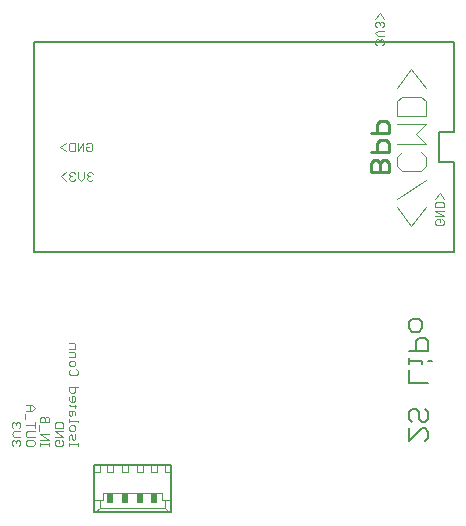
<source format=gbr>
G04 EAGLE Gerber RS-274X export*
G75*
%MOMM*%
%FSLAX34Y34*%
%LPD*%
%INSilkscreen Bottom*%
%IPPOS*%
%AMOC8*
5,1,8,0,0,1.08239X$1,22.5*%
G01*
%ADD10C,0.076200*%
%ADD11C,0.101600*%
%ADD12C,0.279400*%
%ADD13C,0.152400*%
%ADD14C,0.203200*%
%ADD15C,0.050800*%
%ADD16R,0.500000X0.875000*%


D10*
X521637Y356524D02*
X522865Y357753D01*
X522865Y360211D01*
X521637Y361439D01*
X520408Y361439D01*
X519179Y360211D01*
X519179Y358982D01*
X519179Y360211D02*
X517950Y361439D01*
X516722Y361439D01*
X515493Y360211D01*
X515493Y357753D01*
X516722Y356524D01*
X517950Y364009D02*
X522865Y364009D01*
X517950Y364009D02*
X515493Y366466D01*
X517950Y368923D01*
X522865Y368923D01*
X521637Y371493D02*
X522865Y372721D01*
X522865Y375179D01*
X521637Y376408D01*
X520408Y376408D01*
X519179Y375179D01*
X519179Y373950D01*
X519179Y375179D02*
X517950Y376408D01*
X516722Y376408D01*
X515493Y375179D01*
X515493Y372721D01*
X516722Y371493D01*
X522865Y378977D02*
X519179Y383892D01*
X515493Y378977D01*
X572437Y209039D02*
X573665Y207811D01*
X573665Y205353D01*
X572437Y204124D01*
X567522Y204124D01*
X566293Y205353D01*
X566293Y207811D01*
X567522Y209039D01*
X569979Y209039D01*
X569979Y206582D01*
X566293Y211609D02*
X573665Y211609D01*
X566293Y216523D01*
X573665Y216523D01*
X573665Y219093D02*
X566293Y219093D01*
X566293Y222779D01*
X567522Y224008D01*
X572437Y224008D01*
X573665Y222779D01*
X573665Y219093D01*
X573665Y226577D02*
X569979Y231492D01*
X566293Y226577D01*
X276479Y247825D02*
X275250Y249053D01*
X272793Y249053D01*
X271564Y247825D01*
X271564Y246596D01*
X272793Y245367D01*
X274022Y245367D01*
X272793Y245367D02*
X271564Y244138D01*
X271564Y242910D01*
X272793Y241681D01*
X275250Y241681D01*
X276479Y242910D01*
X268995Y244138D02*
X268995Y249053D01*
X268995Y244138D02*
X266537Y241681D01*
X264080Y244138D01*
X264080Y249053D01*
X261511Y247825D02*
X260282Y249053D01*
X257825Y249053D01*
X256596Y247825D01*
X256596Y246596D01*
X257825Y245367D01*
X259053Y245367D01*
X257825Y245367D02*
X256596Y244138D01*
X256596Y242910D01*
X257825Y241681D01*
X260282Y241681D01*
X261511Y242910D01*
X254027Y249053D02*
X249112Y245367D01*
X254027Y241681D01*
X271021Y272717D02*
X272250Y273945D01*
X274707Y273945D01*
X275936Y272717D01*
X275936Y267802D01*
X274707Y266573D01*
X272250Y266573D01*
X271021Y267802D01*
X271021Y270259D01*
X273478Y270259D01*
X268451Y266573D02*
X268451Y273945D01*
X263537Y266573D01*
X263537Y273945D01*
X260967Y273945D02*
X260967Y266573D01*
X257281Y266573D01*
X256052Y267802D01*
X256052Y272717D01*
X257281Y273945D01*
X260967Y273945D01*
X253483Y273945D02*
X248568Y270259D01*
X253483Y266573D01*
X256413Y19709D02*
X256413Y17251D01*
X256413Y18480D02*
X263785Y18480D01*
X263785Y17251D02*
X263785Y19709D01*
X256413Y22241D02*
X256413Y25927D01*
X257642Y27155D01*
X258870Y25927D01*
X258870Y23469D01*
X260099Y22241D01*
X261328Y23469D01*
X261328Y27155D01*
X256413Y30953D02*
X256413Y33411D01*
X257642Y34640D01*
X260099Y34640D01*
X261328Y33411D01*
X261328Y30953D01*
X260099Y29725D01*
X257642Y29725D01*
X256413Y30953D01*
X263785Y37209D02*
X263785Y38438D01*
X256413Y38438D01*
X256413Y39666D02*
X256413Y37209D01*
X261328Y43427D02*
X261328Y45884D01*
X260099Y47113D01*
X256413Y47113D01*
X256413Y43427D01*
X257642Y42198D01*
X258870Y43427D01*
X258870Y47113D01*
X257642Y50911D02*
X262557Y50911D01*
X257642Y50911D02*
X256413Y52140D01*
X261328Y52140D02*
X261328Y49682D01*
X256413Y55901D02*
X256413Y58358D01*
X256413Y55901D02*
X257642Y54672D01*
X260099Y54672D01*
X261328Y55901D01*
X261328Y58358D01*
X260099Y59587D01*
X258870Y59587D01*
X258870Y54672D01*
X256413Y67071D02*
X263785Y67071D01*
X256413Y67071D02*
X256413Y63385D01*
X257642Y62156D01*
X260099Y62156D01*
X261328Y63385D01*
X261328Y67071D01*
X263785Y80811D02*
X262557Y82039D01*
X263785Y80811D02*
X263785Y78353D01*
X262557Y77124D01*
X257642Y77124D01*
X256413Y78353D01*
X256413Y80811D01*
X257642Y82039D01*
X256413Y85837D02*
X256413Y88295D01*
X257642Y89523D01*
X260099Y89523D01*
X261328Y88295D01*
X261328Y85837D01*
X260099Y84609D01*
X257642Y84609D01*
X256413Y85837D01*
X256413Y92093D02*
X261328Y92093D01*
X261328Y95779D01*
X260099Y97008D01*
X256413Y97008D01*
X256413Y99577D02*
X261328Y99577D01*
X261328Y103263D01*
X260099Y104492D01*
X256413Y104492D01*
X250365Y22166D02*
X251593Y20937D01*
X251593Y18480D01*
X250365Y17251D01*
X245450Y17251D01*
X244221Y18480D01*
X244221Y20937D01*
X245450Y22166D01*
X247907Y22166D01*
X247907Y19709D01*
X244221Y24735D02*
X251593Y24735D01*
X244221Y29650D01*
X251593Y29650D01*
X251593Y32219D02*
X244221Y32219D01*
X244221Y35906D01*
X245450Y37134D01*
X250365Y37134D01*
X251593Y35906D01*
X251593Y32219D01*
X232029Y19709D02*
X232029Y17251D01*
X232029Y18480D02*
X239401Y18480D01*
X239401Y17251D02*
X239401Y19709D01*
X239401Y22241D02*
X232029Y22241D01*
X232029Y27155D02*
X239401Y22241D01*
X239401Y27155D02*
X232029Y27155D01*
X230800Y29725D02*
X230800Y34640D01*
X232029Y37209D02*
X239401Y37209D01*
X239401Y40895D01*
X238173Y42124D01*
X236944Y42124D01*
X235715Y40895D01*
X234486Y42124D01*
X233258Y42124D01*
X232029Y40895D01*
X232029Y37209D01*
X235715Y37209D02*
X235715Y40895D01*
X227209Y20937D02*
X227209Y18480D01*
X225981Y17251D01*
X221066Y17251D01*
X219837Y18480D01*
X219837Y20937D01*
X221066Y22166D01*
X225981Y22166D01*
X227209Y20937D01*
X227209Y24735D02*
X221066Y24735D01*
X219837Y25964D01*
X219837Y28421D01*
X221066Y29650D01*
X227209Y29650D01*
X227209Y34677D02*
X219837Y34677D01*
X227209Y32219D02*
X227209Y37134D01*
X218608Y39704D02*
X218608Y44618D01*
X219837Y47188D02*
X224752Y47188D01*
X227209Y49645D01*
X224752Y52103D01*
X219837Y52103D01*
X223523Y52103D02*
X223523Y47188D01*
X215017Y18480D02*
X213789Y17251D01*
X215017Y18480D02*
X215017Y20937D01*
X213789Y22166D01*
X212560Y22166D01*
X211331Y20937D01*
X211331Y19709D01*
X211331Y20937D02*
X210102Y22166D01*
X208874Y22166D01*
X207645Y20937D01*
X207645Y18480D01*
X208874Y17251D01*
X210102Y24735D02*
X215017Y24735D01*
X210102Y24735D02*
X207645Y27193D01*
X210102Y29650D01*
X215017Y29650D01*
X213789Y32219D02*
X215017Y33448D01*
X215017Y35906D01*
X213789Y37134D01*
X212560Y37134D01*
X211331Y35906D01*
X211331Y34677D01*
X211331Y35906D02*
X210102Y37134D01*
X208874Y37134D01*
X207645Y35906D01*
X207645Y33448D01*
X208874Y32219D01*
D11*
X546110Y203080D02*
X558313Y219350D01*
X546110Y203080D02*
X533908Y219350D01*
X533908Y226468D02*
X558313Y242738D01*
X558313Y262058D02*
X554245Y266126D01*
X558313Y262058D02*
X558313Y253923D01*
X554245Y249856D01*
X537975Y249856D01*
X533908Y253923D01*
X533908Y262058D01*
X537975Y266126D01*
X533908Y273244D02*
X558313Y273244D01*
X550178Y281379D01*
X558313Y289514D01*
X533908Y289514D01*
X533908Y296632D02*
X558313Y296632D01*
X533908Y296632D02*
X533908Y308834D01*
X537975Y312902D01*
X554245Y312902D01*
X558313Y308834D01*
X558313Y296632D01*
X558313Y320020D02*
X546110Y336290D01*
X533908Y320020D01*
D12*
X526936Y249462D02*
X511937Y249462D01*
X526936Y249462D02*
X526936Y256962D01*
X524436Y259461D01*
X521936Y259461D01*
X519436Y256962D01*
X516937Y259461D01*
X514437Y259461D01*
X511937Y256962D01*
X511937Y249462D01*
X519436Y249462D02*
X519436Y256962D01*
X511937Y265834D02*
X526936Y265834D01*
X526936Y273333D01*
X524436Y275833D01*
X519436Y275833D01*
X516937Y273333D01*
X516937Y265834D01*
X511937Y282205D02*
X526936Y282205D01*
X526936Y289705D01*
X524436Y292205D01*
X519436Y292205D01*
X516937Y289705D01*
X516937Y282205D01*
D13*
X544322Y32005D02*
X544322Y21158D01*
X555169Y32005D01*
X557880Y32005D01*
X560592Y29293D01*
X560592Y23870D01*
X557880Y21158D01*
X560592Y45665D02*
X557880Y48376D01*
X560592Y45665D02*
X560592Y40241D01*
X557880Y37530D01*
X555169Y37530D01*
X552457Y40241D01*
X552457Y45665D01*
X549745Y48376D01*
X547034Y48376D01*
X544322Y45665D01*
X544322Y40241D01*
X547034Y37530D01*
X544322Y70273D02*
X560592Y70273D01*
X544322Y70273D02*
X544322Y81119D01*
X555169Y86644D02*
X555169Y89356D01*
X544322Y89356D01*
X544322Y86644D02*
X544322Y92068D01*
X560592Y89356D02*
X563304Y89356D01*
X560592Y97559D02*
X544322Y97559D01*
X560592Y97559D02*
X560592Y105694D01*
X557880Y108405D01*
X552457Y108405D01*
X549745Y105694D01*
X549745Y97559D01*
X544322Y116642D02*
X544322Y122065D01*
X547034Y124777D01*
X552457Y124777D01*
X555169Y122065D01*
X555169Y116642D01*
X552457Y113930D01*
X547034Y113930D01*
X544322Y116642D01*
D14*
X569380Y257860D02*
X569380Y283260D01*
X582080Y283260D01*
X582080Y359460D01*
X226480Y359460D01*
X226480Y181660D01*
X582080Y181660D01*
X582080Y257860D01*
X569380Y257860D01*
X282380Y1050D02*
X277130Y1050D01*
X282380Y1050D02*
X337380Y1050D01*
X342630Y1050D01*
X342630Y-38950D01*
X341130Y-38950D01*
X278630Y-38950D01*
X277130Y-38950D01*
X277130Y1050D01*
D15*
X277380Y-28950D02*
X282380Y-28950D01*
X284880Y-28950D01*
X284880Y-22700D01*
X334880Y-22700D01*
X334880Y-28950D02*
X337380Y-28950D01*
X342380Y-28950D01*
X334880Y-28950D02*
X334880Y-22700D01*
X282380Y-5200D02*
X277380Y-5200D01*
X282380Y-5200D02*
X282380Y1050D01*
X337380Y-5200D02*
X342380Y-5200D01*
X337380Y-5200D02*
X337380Y1050D01*
X282380Y-28950D02*
X282380Y-35200D01*
X337380Y-35200D01*
X337380Y-28950D01*
X282380Y-35200D02*
X278630Y-38950D01*
X337380Y-35200D02*
X341130Y-38950D01*
X288630Y-5200D02*
X288630Y-200D01*
X288630Y-5200D02*
X293630Y-5200D01*
X293630Y-200D01*
X301130Y-200D02*
X301130Y-5200D01*
X306130Y-5200D01*
X306130Y-200D01*
X313630Y-200D02*
X313630Y-5200D01*
X318630Y-5200D01*
X318630Y-200D01*
X326130Y-200D02*
X326130Y-5200D01*
X331130Y-5200D01*
X331130Y-200D01*
D16*
X291130Y-27075D03*
X303630Y-27075D03*
X316130Y-27075D03*
X328630Y-27075D03*
M02*

</source>
